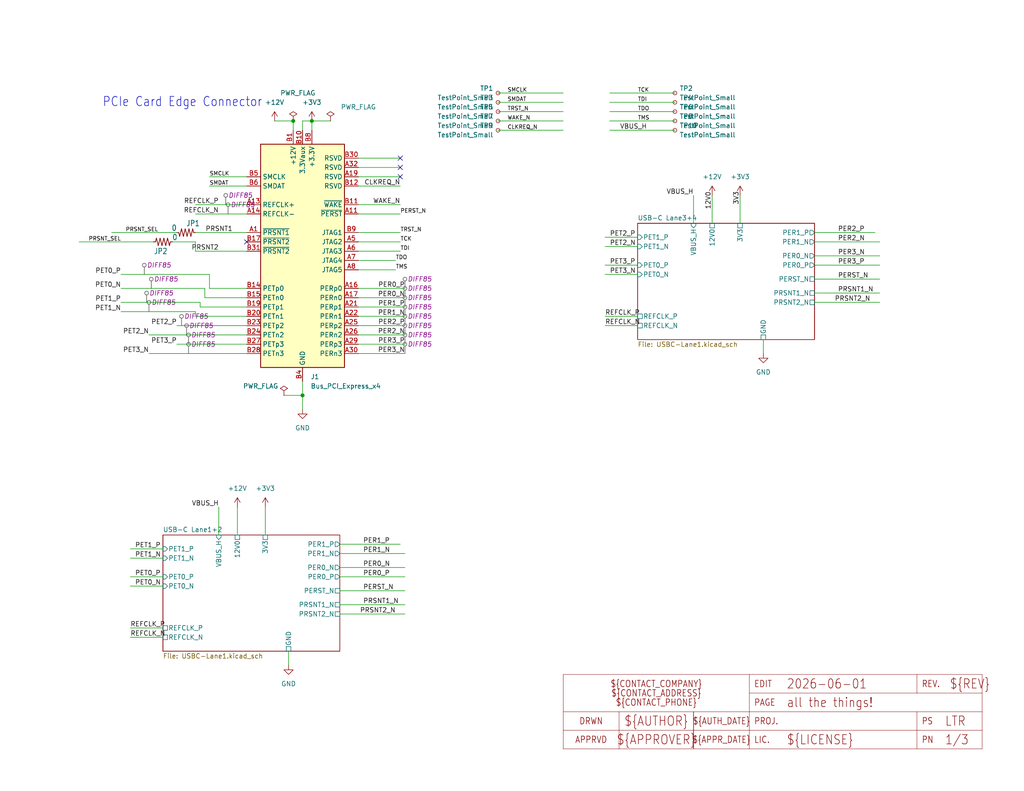
<source format=kicad_sch>
(kicad_sch (version 20230121) (generator eeschema)
  (paper "A")
  (title_block (date "2023-08-18") (rev "v1"))
  (lib_symbols
    (symbol "Connector:Bus_PCI_Express_x4"
      (property "Reference" "J" (at -8.89 33.02 0))
      (property "Value" "Bus_PCI_Express_x4" (at 12.7 33.02 0))
      (symbol "Bus_PCI_Express_x4_0_1"
        (rectangle (start -11.43 31.75) (end 11.43 -29.21) (stroke (width 0.254)) (fill (type background)))
      )
      (symbol "Bus_PCI_Express_x4_1_1"
        (pin passive line (at -15.24 7.62 0) (length 3.81) (name "~{PRSNT1}") (number "A1"))
        (pin passive line (at 2.54 35.56 270) (length 3.81) hide (name "+3.3V") (number "A10"))
        (pin input line (at 15.24 12.7 180) (length 3.81) (name "~{PERST}") (number "A11"))
        (pin passive line (at 0 -33.02 90) (length 3.81) hide (name "GND") (number "A12"))
        (pin input line (at -15.24 15.24 0) (length 3.81) (name "REFCLK+") (number "A13"))
        (pin input line (at -15.24 12.7 0) (length 3.81) (name "REFCLK-") (number "A14"))
        (pin passive line (at 0 -33.02 90) (length 3.81) hide (name "GND") (number "A15"))
        (pin output line (at 15.24 -7.62 180) (length 3.81) (name "PERp0") (number "A16"))
        (pin output line (at 15.24 -10.16 180) (length 3.81) (name "PERn0") (number "A17"))
        (pin passive line (at 0 -33.02 90) (length 3.81) hide (name "GND") (number "A18"))
        (pin passive line (at 15.24 22.86 180) (length 3.81) (name "RSVD") (number "A19"))
        (pin passive line (at -2.54 35.56 270) (length 3.81) hide (name "+12V") (number "A2"))
        (pin passive line (at 0 -33.02 90) (length 3.81) hide (name "GND") (number "A20"))
        (pin output line (at 15.24 -12.7 180) (length 3.81) (name "PERp1") (number "A21"))
        (pin output line (at 15.24 -15.24 180) (length 3.81) (name "PERn1") (number "A22"))
        (pin passive line (at 0 -33.02 90) (length 3.81) hide (name "GND") (number "A23"))
        (pin passive line (at 0 -33.02 90) (length 3.81) hide (name "GND") (number "A24"))
        (pin output line (at 15.24 -17.78 180) (length 3.81) (name "PERp2") (number "A25"))
        (pin output line (at 15.24 -20.32 180) (length 3.81) (name "PERn2") (number "A26"))
        (pin passive line (at 0 -33.02 90) (length 3.81) hide (name "GND") (number "A27"))
        (pin passive line (at 0 -33.02 90) (length 3.81) hide (name "GND") (number "A28"))
        (pin output line (at 15.24 -22.86 180) (length 3.81) (name "PERp3") (number "A29"))
        (pin passive line (at -2.54 35.56 270) (length 3.81) hide (name "+12V") (number "A3"))
        (pin output line (at 15.24 -25.4 180) (length 3.81) (name "PERn3") (number "A30"))
        (pin passive line (at 0 -33.02 90) (length 3.81) hide (name "GND") (number "A31"))
        (pin passive line (at 15.24 25.4 180) (length 3.81) (name "RSVD") (number "A32"))
        (pin passive line (at 0 -33.02 90) (length 3.81) hide (name "GND") (number "A4"))
        (pin input line (at 15.24 5.08 180) (length 3.81) (name "JTAG2") (number "A5"))
        (pin input line (at 15.24 2.54 180) (length 3.81) (name "JTAG3") (number "A6"))
        (pin output line (at 15.24 0 180) (length 3.81) (name "JTAG4") (number "A7"))
        (pin input line (at 15.24 -2.54 180) (length 3.81) (name "JTAG5") (number "A8"))
        (pin passive line (at 2.54 35.56 270) (length 3.81) hide (name "+3.3V") (number "A9"))
        (pin power_in line (at -2.54 35.56 270) (length 3.81) (name "+12V") (number "B1"))
        (pin power_in line (at 0 35.56 270) (length 3.81) (name "3.3Vaux") (number "B10"))
        (pin open_collector line (at 15.24 15.24 180) (length 3.81) (name "~{WAKE}") (number "B11"))
        (pin passive line (at 15.24 20.32 180) (length 3.81) (name "RSVD") (number "B12"))
        (pin passive line (at 0 -33.02 90) (length 3.81) hide (name "GND") (number "B13"))
        (pin input line (at -15.24 -7.62 0) (length 3.81) (name "PETp0") (number "B14"))
        (pin input line (at -15.24 -10.16 0) (length 3.81) (name "PETn0") (number "B15"))
        (pin passive line (at 0 -33.02 90) (length 3.81) hide (name "GND") (number "B16"))
        (pin passive line (at -15.24 5.08 0) (length 3.81) (name "~{PRSNT2}") (number "B17"))
        (pin passive line (at 0 -33.02 90) (length 3.81) hide (name "GND") (number "B18"))
        (pin input line (at -15.24 -12.7 0) (length 3.81) (name "PETp1") (number "B19"))
        (pin passive line (at -2.54 35.56 270) (length 3.81) hide (name "+12V") (number "B2"))
        (pin input line (at -15.24 -15.24 0) (length 3.81) (name "PETn1") (number "B20"))
        (pin passive line (at 0 -33.02 90) (length 3.81) hide (name "GND") (number "B21"))
        (pin passive line (at 0 -33.02 90) (length 3.81) hide (name "GND") (number "B22"))
        (pin input line (at -15.24 -17.78 0) (length 3.81) (name "PETp2") (number "B23"))
        (pin input line (at -15.24 -20.32 0) (length 3.81) (name "PETn2") (number "B24"))
        (pin passive line (at 0 -33.02 90) (length 3.81) hide (name "GND") (number "B25"))
        (pin passive line (at 0 -33.02 90) (length 3.81) hide (name "GND") (number "B26"))
        (pin input line (at -15.24 -22.86 0) (length 3.81) (name "PETp3") (number "B27"))
        (pin input line (at -15.24 -25.4 0) (length 3.81) (name "PETn3") (number "B28"))
        (pin passive line (at 0 -33.02 90) (length 3.81) hide (name "GND") (number "B29"))
        (pin passive line (at -2.54 35.56 270) (length 3.81) hide (name "+12V") (number "B3"))
        (pin passive line (at 15.24 27.94 180) (length 3.81) (name "RSVD") (number "B30"))
        (pin passive line (at -15.24 2.54 0) (length 3.81) (name "~{PRSNT2}") (number "B31"))
        (pin passive line (at 0 -33.02 90) (length 3.81) hide (name "GND") (number "B32"))
        (pin power_in line (at 0 -33.02 90) (length 3.81) (name "GND") (number "B4"))
        (pin input line (at -15.24 22.86 0) (length 3.81) (name "SMCLK") (number "B5"))
        (pin bidirectional line (at -15.24 20.32 0) (length 3.81) (name "SMDAT") (number "B6"))
        (pin passive line (at 0 -33.02 90) (length 3.81) hide (name "GND") (number "B7"))
        (pin power_in line (at 2.54 35.56 270) (length 3.81) (name "+3.3V") (number "B8"))
        (pin input line (at 15.24 7.62 180) (length 3.81) (name "JTAG1") (number "B9"))
      )
    )
    (symbol "Connector:TestPoint_Small" (pin_numbers hide) (pin_names (offset 0.762) hide)
      (property "Reference" "TP" (at 0 3.81 0))
      (property "Value" "TestPoint_Small" (at 0 2.032 0))
      (symbol "TestPoint_Small_0_1"
        (circle (center 0 0) (radius 0.508))
      )
      (symbol "TestPoint_Small_1_1"
        (pin passive line (at 0 0 90) (length 0) (name "1") (number "1"))
      )
    )
    (symbol "pcie2usbc-eagle-import:FRAME_LTR_L"
      (symbol "FRAME_LTR_L_1_0"
        (polyline (pts (xy 0 23.8125) (xy 3.81 23.8125)))
        (polyline (pts (xy 0 47.625) (xy 3.81 47.625)))
        (polyline (pts (xy 0 71.4375) (xy 3.81 71.4375)))
        (polyline (pts (xy 0 95.25) (xy 3.81 95.25)))
        (polyline (pts (xy 0 119.0625) (xy 3.81 119.0625)))
        (polyline (pts (xy 0 142.875) (xy 3.81 142.875)))
        (polyline (pts (xy 0 166.6875) (xy 3.81 166.6875)))
        (polyline (pts (xy 3.81 3.81) (xy 3.81 186.69)))
        (polyline (pts (xy 31.75 0) (xy 31.75 3.81)))
        (polyline (pts (xy 31.75 186.69) (xy 31.75 190.5)))
        (polyline (pts (xy 63.5 0) (xy 63.5 3.81)))
        (polyline (pts (xy 63.5 186.69) (xy 63.5 190.5)))
        (polyline (pts (xy 95.25 0) (xy 95.25 3.81)))
        (polyline (pts (xy 95.25 186.69) (xy 95.25 190.5)))
        (polyline (pts (xy 127 0) (xy 127 3.81)))
        (polyline (pts (xy 127 186.69) (xy 127 190.5)))
        (polyline (pts (xy 158.75 0) (xy 158.75 3.81)))
        (polyline (pts (xy 158.75 186.69) (xy 158.75 190.5)))
        (polyline (pts (xy 190.5 0) (xy 190.5 3.81)))
        (polyline (pts (xy 190.5 186.69) (xy 190.5 190.5)))
        (polyline (pts (xy 222.25 0) (xy 222.25 3.81)))
        (polyline (pts (xy 222.25 186.69) (xy 222.25 190.5)))
        (polyline (pts (xy 250.19 3.81) (xy 3.81 3.81)))
        (polyline (pts (xy 250.19 3.81) (xy 250.19 186.69)))
        (polyline (pts (xy 250.19 23.8125) (xy 254 23.8125)))
        (polyline (pts (xy 250.19 47.625) (xy 254 47.625)))
        (polyline (pts (xy 250.19 71.4375) (xy 254 71.4375)))
        (polyline (pts (xy 250.19 95.25) (xy 254 95.25)))
        (polyline (pts (xy 250.19 119.0625) (xy 254 119.0625)))
        (polyline (pts (xy 250.19 142.875) (xy 254 142.875)))
        (polyline (pts (xy 250.19 166.6875) (xy 254 166.6875)))
        (polyline (pts (xy 250.19 186.69) (xy 3.81 186.69)))
        (polyline (pts (xy 0 0) (xy 254 0) (xy 254 190.5) (xy 0 190.5) (xy 0 0)))
        (text "1" (at 15.875 1.905 0) (effects (font (size 2.54 2.286))))
        (text "1" (at 15.875 188.595 0) (effects (font (size 2.54 2.286))))
        (text "2" (at 47.625 1.905 0) (effects (font (size 2.54 2.286))))
        (text "2" (at 47.625 188.595 0) (effects (font (size 2.54 2.286))))
        (text "3" (at 79.375 1.905 0) (effects (font (size 2.54 2.286))))
        (text "3" (at 79.375 188.595 0) (effects (font (size 2.54 2.286))))
        (text "4" (at 111.125 1.905 0) (effects (font (size 2.54 2.286))))
        (text "4" (at 111.125 188.595 0) (effects (font (size 2.54 2.286))))
        (text "5" (at 142.875 1.905 0) (effects (font (size 2.54 2.286))))
        (text "5" (at 142.875 188.595 0) (effects (font (size 2.54 2.286))))
        (text "6" (at 174.625 1.905 0) (effects (font (size 2.54 2.286))))
        (text "6" (at 174.625 188.595 0) (effects (font (size 2.54 2.286))))
        (text "7" (at 206.375 1.905 0) (effects (font (size 2.54 2.286))))
        (text "7" (at 206.375 188.595 0) (effects (font (size 2.54 2.286))))
        (text "8" (at 238.125 1.905 0) (effects (font (size 2.54 2.286))))
        (text "8" (at 238.125 188.595 0) (effects (font (size 2.54 2.286))))
        (text "A" (at 1.905 178.5938 0) (effects (font (size 2.54 2.286))))
        (text "A" (at 252.095 178.5938 0) (effects (font (size 2.54 2.286))))
        (text "B" (at 1.905 154.7813 0) (effects (font (size 2.54 2.286))))
        (text "B" (at 252.095 154.7813 0) (effects (font (size 2.54 2.286))))
        (text "C" (at 1.905 130.9688 0) (effects (font (size 2.54 2.286))))
        (text "C" (at 252.095 130.9688 0) (effects (font (size 2.54 2.286))))
        (text "D" (at 1.905 107.1563 0) (effects (font (size 2.54 2.286))))
        (text "D" (at 252.095 107.1563 0) (effects (font (size 2.54 2.286))))
        (text "E" (at 1.905 83.3438 0) (effects (font (size 2.54 2.286))))
        (text "E" (at 252.095 83.3438 0) (effects (font (size 2.54 2.286))))
        (text "F" (at 1.905 59.5313 0) (effects (font (size 2.54 2.286))))
        (text "F" (at 252.095 59.5313 0) (effects (font (size 2.54 2.286))))
        (text "G" (at 1.905 35.7188 0) (effects (font (size 2.54 2.286))))
        (text "G" (at 252.095 35.7188 0) (effects (font (size 2.54 2.286))))
        (text "H" (at 1.905 11.9063 0) (effects (font (size 2.54 2.286))))
        (text "H" (at 252.095 11.9063 0) (effects (font (size 2.54 2.286))))
      )
      (symbol "FRAME_LTR_L_2_0"
        (polyline (pts (xy 0 0) (xy 0 5.08)) (stroke (width 0.1016)))
        (polyline (pts (xy 0 0) (xy 15.24 0)) (stroke (width 0.1016)))
        (polyline (pts (xy 0 5.08) (xy 0 10.16)) (stroke (width 0.1016)))
        (polyline (pts (xy 0 10.16) (xy 0 12.7)) (stroke (width 0.1016)))
        (polyline (pts (xy 0 10.16) (xy 15.24 10.16)) (stroke (width 0.1016)))
        (polyline (pts (xy 0 12.7) (xy 0 17.78)) (stroke (width 0.1016)))
        (polyline (pts (xy 0 17.78) (xy 0 20.32)) (stroke (width 0.1016)))
        (polyline (pts (xy 15.24 0) (xy 15.24 5.08)) (stroke (width 0.1016)))
        (polyline (pts (xy 15.24 0) (xy 35.56 0)) (stroke (width 0.1016)))
        (polyline (pts (xy 15.24 5.08) (xy 0 5.08)) (stroke (width 0.1016)))
        (polyline (pts (xy 15.24 5.08) (xy 15.24 10.16)) (stroke (width 0.1016)))
        (polyline (pts (xy 15.24 10.16) (xy 35.56 10.16)) (stroke (width 0.1016)))
        (polyline (pts (xy 35.56 0) (xy 35.56 5.08)) (stroke (width 0.1016)))
        (polyline (pts (xy 35.56 0) (xy 35.56 5.08)) (stroke (width 0.1016)))
        (polyline (pts (xy 35.56 0) (xy 50.8 0)) (stroke (width 0.1016)))
        (polyline (pts (xy 35.56 5.08) (xy 15.24 5.08)) (stroke (width 0.1016)))
        (polyline (pts (xy 35.56 5.08) (xy 35.56 10.16)) (stroke (width 0.1016)))
        (polyline (pts (xy 35.56 5.08) (xy 35.56 10.16)) (stroke (width 0.1016)))
        (polyline (pts (xy 35.56 10.16) (xy 50.8 10.16)) (stroke (width 0.1016)))
        (polyline (pts (xy 50.8 0) (xy 50.8 5.08)) (stroke (width 0.1016)))
        (polyline (pts (xy 50.8 0) (xy 96.52 0)) (stroke (width 0.1016)))
        (polyline (pts (xy 50.8 5.08) (xy 35.56 5.08)) (stroke (width 0.1016)))
        (polyline (pts (xy 50.8 5.08) (xy 50.8 10.16)) (stroke (width 0.1016)))
        (polyline (pts (xy 50.8 10.16) (xy 50.8 12.7)) (stroke (width 0.1016)))
        (polyline (pts (xy 50.8 10.16) (xy 96.52 10.16)) (stroke (width 0.1016)))
        (polyline (pts (xy 50.8 12.7) (xy 50.8 15.24)) (stroke (width 0.1016)))
        (polyline (pts (xy 50.8 15.24) (xy 50.8 20.32)) (stroke (width 0.1016)))
        (polyline (pts (xy 50.8 15.24) (xy 96.52 15.24)) (stroke (width 0.1016)))
        (polyline (pts (xy 50.8 20.32) (xy 0 20.32)) (stroke (width 0.1016)))
        (polyline (pts (xy 96.52 0) (xy 114.3 0)) (stroke (width 0.1016)))
        (polyline (pts (xy 96.52 5.08) (xy 50.8 5.08)) (stroke (width 0.1016)))
        (polyline (pts (xy 96.52 5.08) (xy 96.52 0)) (stroke (width 0.1016)))
        (polyline (pts (xy 96.52 10.16) (xy 96.52 5.08)) (stroke (width 0.1016)))
        (polyline (pts (xy 96.52 10.16) (xy 114.3 10.16)) (stroke (width 0.1016)))
        (polyline (pts (xy 96.52 15.24) (xy 114.3 15.24)) (stroke (width 0.1016)))
        (polyline (pts (xy 96.52 20.32) (xy 50.8 20.32)) (stroke (width 0.1016)))
        (polyline (pts (xy 96.52 20.32) (xy 96.52 15.24)) (stroke (width 0.1016)))
        (polyline (pts (xy 114.3 5.08) (xy 96.52 5.08)) (stroke (width 0.1016)))
        (polyline (pts (xy 114.3 5.08) (xy 114.3 0)) (stroke (width 0.1016)))
        (polyline (pts (xy 114.3 10.16) (xy 114.3 5.08)) (stroke (width 0.1016)))
        (polyline (pts (xy 114.3 15.24) (xy 114.3 10.16)) (stroke (width 0.1016)))
        (polyline (pts (xy 114.3 20.32) (xy 96.52 20.32)) (stroke (width 0.1016)))
        (polyline (pts (xy 114.3 20.32) (xy 114.3 15.24)) (stroke (width 0.1016)))
        (text "${#}/${##}" (at 104.14 2.54 0) (effects (font (size 2.54 2.159)) (justify left)))
        (text "${APPR_DATE}" (at 43.18 2.54 0) (effects (font (size 1.778 1.5113))))
        (text "${APPROVER}" (at 25.4 2.54 0) (effects (font (size 2.54 2.159))))
        (text "${AUTH_DATE}" (at 43.18 7.62 0) (effects (font (size 1.778 1.5113))))
        (text "${AUTHOR}" (at 25.4 7.62 0) (effects (font (size 2.54 2.159))))
        (text "${CONTACT_ADDRESS}" (at 25.4 15.24 0) (effects (font (size 1.778 1.5113))))
        (text "${CONTACT_COMPANY}" (at 25.4 17.78 0) (effects (font (size 1.778 1.5113))))
        (text "${CONTACT_PHONE}" (at 25.4 12.7 0) (effects (font (size 1.778 1.5113))))
        (text "${CURRENT_DATE}" (at 60.96 17.78 0) (effects (font (size 2.54 2.159)) (justify left)))
        (text "${LICENSE}" (at 60.96 2.54 0) (effects (font (size 2.54 2.159)) (justify left)))
        (text "${PROJECTNAME}" (at 60.96 7.62 0) (effects (font (size 2.54 2.159)) (justify left)))
        (text "${REV}" (at 105.41 17.78 0) (effects (font (size 2.54 2.159)) (justify left)))
        (text "${SECTION}" (at 60.96 12.7 0) (effects (font (size 2.54 2.159)) (justify left)))
        (text "APPRVD" (at 7.62 2.54 0) (effects (font (size 1.778 1.5113))))
        (text "DRWN" (at 7.62 7.62 0) (effects (font (size 1.778 1.5113))))
        (text "EDIT" (at 52.07 17.78 0) (effects (font (size 1.778 1.5113)) (justify left)))
        (text "LIC." (at 52.07 2.54 0) (effects (font (size 1.778 1.5113)) (justify left)))
        (text "LTR" (at 104.14 7.62 0) (effects (font (size 2.54 2.159)) (justify left)))
        (text "PAGE" (at 52.07 12.7 0) (effects (font (size 1.778 1.5113)) (justify left)))
        (text "PN" (at 97.79 2.54 0) (effects (font (size 1.778 1.5113)) (justify left)))
        (text "PROJ." (at 52.07 7.62 0) (effects (font (size 1.778 1.5113)) (justify left)))
        (text "PS" (at 97.79 7.62 0) (effects (font (size 1.778 1.5113)) (justify left)))
        (text "REV." (at 97.79 17.78 0) (effects (font (size 1.778 1.5113)) (justify left)))
      )
    )
    (symbol "pcie2usbc-eagle-import:R-US_R0603"
      (property "Reference" "R" (at 2.54 1.27 0))
      (symbol "R-US_R0603_1_0"
        (polyline (pts (xy -1.016 -1.778) (xy 0 -2.032)) (stroke (width 0.2032)))
        (polyline (pts (xy -1.016 -0.762) (xy 1.016 -0.254)) (stroke (width 0.2032)))
        (polyline (pts (xy -1.016 0.254) (xy 1.016 0.762)) (stroke (width 0.2032)))
        (polyline (pts (xy -1.016 1.27) (xy 1.016 1.778)) (stroke (width 0.2032)))
        (polyline (pts (xy 0 -2.032) (xy 0 -2.54)) (stroke (width 0.2032)))
        (polyline (pts (xy 0 2.032) (xy 0 2.54)) (stroke (width 0.2032)))
        (polyline (pts (xy 1.016 -1.27) (xy -1.016 -1.778)) (stroke (width 0.2032)))
        (polyline (pts (xy 1.016 -1.27) (xy -1.016 -0.762)) (stroke (width 0.2032)))
        (polyline (pts (xy 1.016 -0.254) (xy -1.016 0.254)) (stroke (width 0.2032)))
        (polyline (pts (xy 1.016 0.762) (xy -1.016 1.27)) (stroke (width 0.2032)))
        (polyline (pts (xy 1.016 1.778) (xy 0 2.032)) (stroke (width 0.2032)))
        (pin passive line (at 0 -2.54 90) (length 0) (name "1") (number "1"))
        (pin passive line (at 0 2.54 270) (length 0) (name "2") (number "2"))
      )
    )
    (symbol "power:+12V" (power) (pin_names (offset 0))
      (property "Value" "+12V" (at 0 3.556 0))
      (symbol "+12V_0_1"
        (polyline (pts (xy -0.762 1.27) (xy 0 2.54)))
        (polyline (pts (xy 0 0) (xy 0 2.54)))
        (polyline (pts (xy 0 2.54) (xy 0.762 1.27)))
      )
      (symbol "+12V_1_1"
        (pin power_in line (at 0 0 90) (length 0) hide (name "+12V") (number "1"))
      )
    )
    (symbol "power:+3V3" (power) (pin_names (offset 0))
      (property "Value" "+3V3" (at 0 3.556 0))
      (symbol "+3V3_0_1"
        (polyline (pts (xy -0.762 1.27) (xy 0 2.54)))
        (polyline (pts (xy 0 0) (xy 0 2.54)))
        (polyline (pts (xy 0 2.54) (xy 0.762 1.27)))
      )
      (symbol "+3V3_1_1"
        (pin power_in line (at 0 0 90) (length 0) hide (name "+3V3") (number "1"))
      )
    )
    (symbol "power:GND" (power) (pin_names (offset 0))
      (property "Value" "GND" (at 0 -3.81 0))
      (symbol "GND_0_1"
        (polyline (pts (xy 0 0) (xy 0 -1.27) (xy 1.27 -1.27) (xy 0 -2.54) (xy -1.27 -1.27) (xy 0 -1.27)))
      )
      (symbol "GND_1_1"
        (pin power_in line (at 0 0 270) (length 0) hide (name "GND") (number "1"))
      )
    )
    (symbol "power:PWR_FLAG" (power) (pin_numbers hide) (pin_names (offset 0) hide)
      (property "Value" "PWR_FLAG" (at 0 3.81 0))
      (symbol "PWR_FLAG_0_0"
        (pin power_out line (at 0 0 90) (length 0) (name "pwr") (number "1"))
      )
      (symbol "PWR_FLAG_0_1"
        (polyline (pts (xy 0 0) (xy 0 1.27) (xy -1.016 1.905) (xy 0 2.54) (xy 1.016 1.905) (xy 0 1.27)))
      )
    )
  )
  (junction (at 85.09 33.02))
  (junction (at 80.01 33.02))
  (junction (at 82.55 107.95))
  (no_connect (at 109.22 43.18))
  (no_connect (at 109.22 48.26))
  (no_connect (at 67.31 66.04))
  (no_connect (at 109.22 45.72))
  (wire (pts (xy 48.26 93.98) (xy 67.31 93.98)))
  (wire (pts (xy 53.34 68.58) (xy 67.31 68.58)))
  (wire (pts (xy 165.1 72.39) (xy 173.99 72.39)))
  (wire (pts (xy 54.61 83.82) (xy 54.61 82.55)))
  (wire (pts (xy 222.25 76.2) (xy 240.03 76.2)))
  (wire (pts (xy 53.34 55.88) (xy 67.31 55.88)))
  (wire (pts (xy 53.34 58.42) (xy 67.31 58.42)))
  (wire (pts (xy 166.37 27.94) (xy 184.15 27.94)) (stroke (width 0.1524)))
  (wire (pts (xy 153.67 25.4) (xy 135.89 25.4)) (stroke (width 0.1524)))
  (wire (pts (xy 85.09 33.02) (xy 90.17 33.02)))
  (wire (pts (xy 92.71 165.1) (xy 110.49 165.1)))
  (wire (pts (xy 222.25 80.01) (xy 240.03 80.01)))
  (wire (pts (xy 85.09 35.56) (xy 85.09 33.02)))
  (wire (pts (xy 97.79 78.74) (xy 110.49 78.74)))
  (wire (pts (xy 97.79 71.12) (xy 107.95 71.12)))
  (wire (pts (xy 165.1 74.93) (xy 173.99 74.93)))
  (wire (pts (xy 57.15 74.93) (xy 33.02 74.93)))
  (wire (pts (xy 35.56 152.4) (xy 44.45 152.4)))
  (wire (pts (xy 92.71 167.64) (xy 110.49 167.64)))
  (wire (pts (xy 67.31 83.82) (xy 54.61 83.82)))
  (wire (pts (xy 35.56 157.48) (xy 44.45 157.48)))
  (wire (pts (xy 55.88 81.28) (xy 55.88 78.74)))
  (wire (pts (xy 222.25 82.55) (xy 240.03 82.55)))
  (wire (pts (xy 97.79 73.66) (xy 107.95 73.66)))
  (wire (pts (xy 67.31 81.28) (xy 55.88 81.28)))
  (wire (pts (xy 48.26 88.9) (xy 67.31 88.9)))
  (wire (pts (xy 208.28 92.71) (xy 208.28 96.52)))
  (wire (pts (xy 35.56 149.86) (xy 44.45 149.86)))
  (wire (pts (xy 189.23 53.34) (xy 189.23 60.96)))
  (wire (pts (xy 59.69 138.43) (xy 59.69 146.05)))
  (wire (pts (xy 64.77 138.43) (xy 64.77 146.05)))
  (wire (pts (xy 40.64 96.52) (xy 67.31 96.52)))
  (wire (pts (xy 165.1 64.77) (xy 173.99 64.77)))
  (wire (pts (xy 97.79 81.28) (xy 110.49 81.28)))
  (wire (pts (xy 222.25 66.04) (xy 240.03 66.04)))
  (wire (pts (xy 153.67 27.94) (xy 135.89 27.94)) (stroke (width 0.1524)))
  (wire (pts (xy 33.02 85.09) (xy 53.34 85.09)))
  (wire (pts (xy 92.71 151.13) (xy 110.49 151.13)))
  (wire (pts (xy 57.15 50.8) (xy 67.31 50.8)))
  (wire (pts (xy 194.31 53.34) (xy 194.31 60.96)))
  (wire (pts (xy 222.25 63.5) (xy 238.76 63.5)))
  (wire (pts (xy 57.15 78.74) (xy 57.15 74.93)))
  (wire (pts (xy 97.79 50.8) (xy 109.22 50.8)))
  (wire (pts (xy 48.26 63.5) (xy 30.48 63.5)) (stroke (width 0.1524)))
  (wire (pts (xy 92.71 148.59) (xy 109.22 148.59)))
  (wire (pts (xy 54.61 82.55) (xy 33.02 82.55)))
  (wire (pts (xy 35.56 160.02) (xy 44.45 160.02)))
  (wire (pts (xy 97.79 63.5) (xy 109.22 63.5)))
  (wire (pts (xy 165.1 67.31) (xy 173.99 67.31)))
  (wire (pts (xy 74.93 33.02) (xy 80.01 33.02)))
  (wire (pts (xy 82.55 35.56) (xy 82.55 33.02)))
  (wire (pts (xy 77.47 107.95) (xy 82.55 107.95)))
  (wire (pts (xy 166.37 33.02) (xy 184.15 33.02)) (stroke (width 0.1524)))
  (wire (pts (xy 153.67 35.56) (xy 135.89 35.56)) (stroke (width 0.1524)))
  (wire (pts (xy 97.79 83.82) (xy 110.49 83.82)))
  (wire (pts (xy 46.99 66.04) (xy 53.34 66.04)))
  (wire (pts (xy 97.79 58.42) (xy 109.22 58.42)))
  (wire (pts (xy 53.34 63.5) (xy 67.31 63.5)))
  (wire (pts (xy 97.79 91.44) (xy 110.49 91.44)))
  (wire (pts (xy 92.71 157.48) (xy 110.49 157.48)))
  (wire (pts (xy 97.79 48.26) (xy 109.22 48.26)))
  (wire (pts (xy 153.67 33.02) (xy 135.89 33.02)) (stroke (width 0.1524)))
  (wire (pts (xy 97.79 55.88) (xy 109.22 55.88)))
  (wire (pts (xy 97.79 43.18) (xy 109.22 43.18)))
  (wire (pts (xy 97.79 45.72) (xy 109.22 45.72)))
  (wire (pts (xy 97.79 88.9) (xy 110.49 88.9)))
  (wire (pts (xy 153.67 30.48) (xy 135.89 30.48)) (stroke (width 0.1524)))
  (wire (pts (xy 80.01 35.56) (xy 80.01 33.02)))
  (wire (pts (xy 92.71 154.94) (xy 110.49 154.94)))
  (wire (pts (xy 53.34 85.09) (xy 53.34 86.36)))
  (wire (pts (xy 82.55 33.02) (xy 85.09 33.02)))
  (wire (pts (xy 35.56 173.99) (xy 44.45 173.99)))
  (wire (pts (xy 53.34 66.04) (xy 53.34 68.58)))
  (wire (pts (xy 201.93 53.34) (xy 201.93 60.96)))
  (wire (pts (xy 165.1 88.9) (xy 173.99 88.9)))
  (wire (pts (xy 35.56 171.45) (xy 44.45 171.45)))
  (wire (pts (xy 97.79 68.58) (xy 109.22 68.58)))
  (wire (pts (xy 53.34 86.36) (xy 67.31 86.36)))
  (wire (pts (xy 97.79 86.36) (xy 110.49 86.36)))
  (wire (pts (xy 166.37 35.56) (xy 184.15 35.56)))
  (wire (pts (xy 97.79 93.98) (xy 110.49 93.98)))
  (wire (pts (xy 97.79 66.04) (xy 109.22 66.04)))
  (wire (pts (xy 165.1 86.36) (xy 173.99 86.36)))
  (wire (pts (xy 166.37 25.4) (xy 184.15 25.4)) (stroke (width 0.1524)))
  (wire (pts (xy 55.88 78.74) (xy 33.02 78.74)))
  (wire (pts (xy 222.25 69.85) (xy 240.03 69.85)))
  (wire (pts (xy 72.39 138.43) (xy 72.39 146.05)))
  (wire (pts (xy 166.37 30.48) (xy 184.15 30.48)) (stroke (width 0.1524)))
  (wire (pts (xy 78.74 177.8) (xy 78.74 181.61)))
  (wire (pts (xy 82.55 111.76) (xy 82.55 107.95)))
  (wire (pts (xy 82.55 107.95) (xy 82.55 104.14)))
  (wire (pts (xy 40.64 91.44) (xy 67.31 91.44)))
  (wire (pts (xy 222.25 72.39) (xy 240.03 72.39)))
  (wire (pts (xy 92.71 161.29) (xy 110.49 161.29)))
  (wire (pts (xy 67.31 78.74) (xy 57.15 78.74)))
  (wire (pts (xy 41.91 66.04) (xy 21.59 66.04)) (stroke (width 0.1524)))
  (wire (pts (xy 97.79 96.52) (xy 110.49 96.52)))
  (wire (pts (xy 57.15 48.26) (xy 67.31 48.26)))
  (text "PCIe Card Edge Connector" (at 27.94 27.94 0) (effects (font (size 2.54 2.159)) (justify left)))
  (label "3V3" (at 201.93 55.88 90))
  (label "WAKE_N" (at 109.22 55.88 180))
  (label "VBUS_H" (at 189.23 53.34 180))
  (label "SMDAT" (at 57.15 50.8 0) (effects (font (size 1.0668 1.0668))))
  (label "TRST_N" (at 138.43 30.48 0) (effects (font (size 1.0668 1.0668))))
  (label "VBUS_H" (at 59.69 138.43 180))
  (label "TDO" (at 107.95 71.12 0) (effects (font (size 1.0668 1.0668))))
  (label "TDO" (at 173.99 30.48 0) (effects (font (size 1.0668 1.0668))))
  (label "TMS" (at 173.99 33.02 0) (effects (font (size 1.0668 1.0668))))
  (label "REFCLK_N" (at 35.56 173.99 0))
  (label "PERST_N" (at 228.6 76.2 0))
  (label "REFCLK_P" (at 35.56 171.45 0))
  (label "PER0_N" (at 99.06 154.94 0))
  (label "PER3_P" (at 110.49 93.98 180))
  (label "PRSNT2" (at 59.69 68.58 180))
  (label "PET1_P" (at 33.02 82.55 180))
  (label "TDI" (at 173.99 27.94 0) (effects (font (size 1.0668 1.0668))))
  (label "PER2_P" (at 110.49 88.9 180))
  (label "REFCLK_P" (at 59.69 55.88 180))
  (label "SMCLK" (at 57.15 48.26 0) (effects (font (size 1.0668 1.0668))))
  (label "PET2_N" (at 40.64 91.44 180))
  (label "CLKREQ_N" (at 109.22 50.8 180))
  (label "SMDAT" (at 138.43 27.94 0) (effects (font (size 1.0668 1.0668))))
  (label "PRSNT1_N" (at 99.06 165.1 0))
  (label "PRSNT1" (at 63.5 63.5 180))
  (label "PERST_N" (at 99.06 161.29 0))
  (label "PRSNT1_N" (at 228.6 80.01 0))
  (label "VBUS_H" (at 176.53 35.56 180))
  (label "PER2_N" (at 110.49 91.44 180))
  (label "PET0_N" (at 36.83 160.02 0))
  (label "PERST_N" (at 109.22 58.42 0) (effects (font (size 1.0668 1.0668))))
  (label "PER0_P" (at 99.06 157.48 0))
  (label "PER0_N" (at 110.49 81.28 180))
  (label "PET0_N" (at 33.02 78.74 180))
  (label "TDI" (at 109.22 68.58 0) (effects (font (size 1.0668 1.0668))))
  (label "PRSNT2_N" (at 107.95 167.64 180))
  (label "PER1_N" (at 110.49 86.36 180))
  (label "PET2_N" (at 166.37 67.31 0))
  (label "CLKREQ_N" (at 138.43 35.56 0) (effects (font (size 1.0668 1.0668))))
  (label "PET0_P" (at 36.83 157.48 0))
  (label "TRST_N" (at 109.22 63.5 0) (effects (font (size 1.0668 1.0668))))
  (label "PET1_P" (at 36.83 149.86 0))
  (label "PRSNT2_N" (at 237.49 82.55 180))
  (label "PET1_N" (at 36.83 152.4 0))
  (label "PET3_P" (at 48.26 93.98 180))
  (label "PET3_N" (at 166.37 74.93 0))
  (label "PER1_P" (at 99.06 148.59 0))
  (label "PET0_P" (at 33.02 74.93 180))
  (label "12V0" (at 194.31 57.15 90))
  (label "PER3_N" (at 110.49 96.52 180))
  (label "REFCLK_N" (at 59.69 58.42 180))
  (label "TMS" (at 107.95 73.66 0) (effects (font (size 1.0668 1.0668))))
  (label "SMCLK" (at 138.43 25.4 0) (effects (font (size 1.0668 1.0668))))
  (label "PER1_P" (at 110.49 83.82 180))
  (label "PRSNT_SEL" (at 24.13 66.04 0) (effects (font (size 1.0668 1.0668))))
  (label "PET2_P" (at 166.37 64.77 0))
  (label "WAKE_N" (at 138.43 33.02 0) (effects (font (size 1.0668 1.0668))))
  (label "TCK" (at 173.99 25.4 0) (effects (font (size 1.0668 1.0668))))
  (label "PET3_P" (at 166.37 72.39 0))
  (label "PER0_P" (at 110.49 78.74 180))
  (label "REFCLK_N" (at 165.1 88.9 0))
  (label "TCK" (at 109.22 66.04 0) (effects (font (size 1.0668 1.0668))))
  (label "PET1_N" (at 33.02 85.09 180))
  (label "PET2_P" (at 48.26 88.9 180))
  (label "REFCLK_P" (at 165.1 86.36 0))
  (label "PER3_N" (at 228.6 69.85 0))
  (label "PET3_N" (at 40.64 96.52 180))
  (label "PER1_N" (at 99.06 151.13 0))
  (label "PRSNT_SEL" (at 43.18 63.5 180) (effects (font (size 1.0668 1.0668))))
  (label "PER2_N" (at 228.6 66.04 0))
  (label "PER2_P" (at 228.6 63.5 0))
  (label "PER3_P" (at 228.6 72.39 0))
  (netclass_flag "" (length 2.54) (shape round) (at 110.49 86.36 0) (property "Netclass" "DIFF85" (at 111.1885 83.82 0) (effects (font italic) (justify left))))
  (netclass_flag "" (length 2.54) (shape round) (at 41.275 78.74 0) (property "Netclass" "DIFF85" (at 41.9735 76.2 0) (effects (font italic) (justify left))))
  (netclass_flag "" (length 2.54) (shape round) (at 40.005 82.55 0) (property "Netclass" "DIFF85" (at 40.7035 80.01 0) (effects (font italic) (justify left))))
  (netclass_flag "" (length 2.54) (shape round) (at 51.435 96.52 0) (property "Netclass" "DIFF85" (at 52.1335 93.98 0) (effects (font italic) (justify left))))
  (netclass_flag "" (length 2.54) (shape round) (at 110.49 96.52 0) (property "Netclass" "DIFF85" (at 111.1885 93.98 0) (effects (font italic) (justify left))))
  (netclass_flag "" (length 2.54) (shape round) (at 110.49 78.74 0) (property "Netclass" "DIFF85" (at 111.1885 76.2 0) (effects (font italic) (justify left))))
  (netclass_flag "" (length 2.54) (shape round) (at 39.37 74.93 0) (property "Netclass" "DIFF85" (at 40.0685 72.39 0) (effects (font italic) (justify left))))
  (netclass_flag "" (length 2.54) (shape round) (at 110.49 93.98 0) (property "Netclass" "DIFF85" (at 111.1885 91.44 0) (effects (font italic) (justify left))))
  (netclass_flag "" (length 2.54) (shape round) (at 110.49 83.82 0) (property "Netclass" "DIFF85" (at 111.1885 81.28 0) (effects (font italic) (justify left))))
  (netclass_flag "" (length 2.54) (shape round) (at 110.49 91.44 0) (property "Netclass" "DIFF85" (at 111.1885 88.9 0) (effects (font italic) (justify left))))
  (netclass_flag "" (length 2.54) (shape round) (at 61.595 55.88 0) (property "Netclass" "DIFF85" (at 62.2935 53.34 0) (effects (font italic) (justify left))))
  (netclass_flag "" (length 2.54) (shape round) (at 51.435 93.98 0) (property "Netclass" "DIFF85" (at 52.1335 91.44 0) (effects (font italic) (justify left))))
  (netclass_flag "" (length 2.54) (shape round) (at 62.23 58.42 0) (property "Netclass" "DIFF85" (at 62.9285 55.88 0) (effects (font italic) (justify left))))
  (netclass_flag "" (length 2.54) (shape round) (at 49.53 88.9 0) (property "Netclass" "DIFF85" (at 50.2285 86.36 0) (effects (font italic) (justify left))))
  (netclass_flag "" (length 2.54) (shape round) (at 40.64 85.09 0) (property "Netclass" "DIFF85" (at 41.3385 82.55 0) (effects (font italic) (justify left))))
  (netclass_flag "" (length 2.54) (shape round) (at 110.49 88.9 0) (property "Netclass" "DIFF85" (at 111.1885 86.36 0) (effects (font italic) (justify left))))
  (netclass_flag "" (length 2.54) (shape round) (at 110.49 81.28 0) (property "Netclass" "DIFF85" (at 111.1885 78.74 0) (effects (font italic) (justify left))))
  (netclass_flag "" (length 2.54) (shape round) (at 50.9012 91.44 0) (property "Netclass" "DIFF85" (at 51.5997 88.9 0) (effects (font italic) (justify left))))
  (symbol (lib_id "power:PWR_FLAG") (at 77.47 107.95 0) (unit 1)
    (property "Reference" "#FLG03" (effects hide))
    (property "Value" "PWR_FLAG" (at 71.12 105.41 0))
  )
  (symbol (lib_id "pcie2usbc-eagle-import:FRAME_LTR_L") (at 153.67 204.47 0) (unit 2)
    (property "Reference" "#FRAME1" (effects hide))
    (property "Value" "FRAME_LTR_L" (effects hide))
    (property "SECTION" "all the things!" (effects hide))
  )
  (symbol (lib_id "Connector:TestPoint_Small") (at 184.15 35.56 0) (mirror y) (unit 1)
    (property "Reference" "TP10" (at 185.42 34.29 0) (effects (justify right)))
    (property "Value" "TestPoint_Small" (at 185.42 36.83 0) (effects (justify right)))
    (property "Footprint" "TestPoint:TestPoint_Pad_D1.0mm" (effects hide))
  )
  (symbol (lib_id "power:GND") (at 208.28 96.52 0) (unit 1)
    (property "Reference" "#PWR05" (effects hide))
    (property "Value" "GND" (at 208.28 101.6 0))
  )
  (symbol (lib_id "Connector:TestPoint_Small") (at 135.89 25.4 0) (unit 1)
    (property "Reference" "TP1" (at 134.62 24.13 0) (effects (justify right)))
    (property "Value" "TestPoint_Small" (at 134.62 26.67 0) (effects (justify right)))
    (property "Footprint" "TestPoint:TestPoint_Pad_D1.0mm" (effects hide))
  )
  (symbol (lib_id "power:+3V3") (at 85.09 33.02 0) (unit 1)
    (property "Reference" "#PWR02" (effects hide))
    (property "Value" "+3V3" (at 85.09 27.94 0))
  )
  (symbol (lib_id "Connector:TestPoint_Small") (at 135.89 30.48 0) (unit 1)
    (property "Reference" "TP5" (at 134.62 29.21 0) (effects (justify right)))
    (property "Value" "TestPoint_Small" (at 134.62 31.75 0) (effects (justify right)))
    (property "Footprint" "TestPoint:TestPoint_Pad_D1.0mm" (effects hide))
  )
  (symbol (lib_id "Connector:TestPoint_Small") (at 135.89 35.56 0) (unit 1)
    (property "Reference" "TP9" (at 134.62 34.29 0) (effects (justify right)))
    (property "Value" "TestPoint_Small" (at 134.62 36.83 0) (effects (justify right)))
    (property "Footprint" "TestPoint:TestPoint_Pad_D1.0mm" (effects hide))
  )
  (symbol (lib_id "Connector:TestPoint_Small") (at 184.15 33.02 0) (mirror y) (unit 1)
    (property "Reference" "TP8" (at 185.42 31.75 0) (effects (justify right)))
    (property "Value" "TestPoint_Small" (at 185.42 34.29 0) (effects (justify right)))
    (property "Footprint" "TestPoint:TestPoint_Pad_D1.0mm" (effects hide))
  )
  (symbol (lib_id "pcie2usbc-eagle-import:R-US_R0603") (at 44.45 66.04 270) (unit 1)
    (property "Reference" "JP2" (at 45.72 68.58 90) (effects (font (size 1.524 1.2954)) (justify right)))
    (property "Value" "0" (at 46.99 64.77 90) (effects (font (size 1.524 1.2954)) (justify left)))
    (property "Footprint" "Resistor_SMD:R_0402_1005Metric_Pad0.72x0.64mm_HandSolder" (effects hide))
  )
  (symbol (lib_id "Connector:TestPoint_Small") (at 135.89 27.94 0) (unit 1)
    (property "Reference" "TP3" (at 134.62 26.67 0) (effects (justify right)))
    (property "Value" "TestPoint_Small" (at 134.62 29.21 0) (effects (justify right)))
    (property "Footprint" "TestPoint:TestPoint_Pad_D1.0mm" (effects hide))
  )
  (symbol (lib_id "power:+12V") (at 74.93 33.02 0) (unit 1)
    (property "Reference" "#PWR01" (effects hide))
    (property "Value" "+12V" (at 74.93 27.94 0))
  )
  (symbol (lib_id "power:+12V") (at 64.77 138.43 0) (unit 1)
    (property "Reference" "#PWR07" (effects hide))
    (property "Value" "+12V" (at 64.77 133.35 0))
  )
  (symbol (lib_id "Connector:Bus_PCI_Express_x4") (at 82.55 71.12 0) (unit 1)
    (property "Reference" "J1" (at 84.7441 102.87 0) (effects (justify left)))
    (property "Value" "Bus_PCI_Express_x4" (at 84.7441 105.41 0) (effects (justify left)))
    (property "Footprint" "Connector_PCBEdge:BUS_PCIexpress_x4" (effects hide))
    (property "Datasheet" "http://www.ritrontek.com/uploadfile/2016/1026/20161026105231124.pdf#page=63" (effects hide))
  )
  (symbol (lib_id "power:GND") (at 78.74 181.61 0) (unit 1)
    (property "Reference" "#PWR09" (effects hide))
    (property "Value" "GND" (at 78.74 186.69 0))
  )
  (symbol (lib_id "power:PWR_FLAG") (at 90.17 33.02 0) (unit 1)
    (property "Reference" "#FLG02" (effects hide))
    (property "Value" "PWR_FLAG" (at 97.79 29.21 0))
  )
  (symbol (lib_id "pcie2usbc-eagle-import:R-US_R0603") (at 50.8 63.5 90) (mirror x) (unit 1)
    (property "Reference" "JP1" (at 50.8 60.96 90) (effects (font (size 1.524 1.2954)) (justify right)))
    (property "Value" "0" (at 48.26 62.23 90) (effects (font (size 1.524 1.2954)) (justify left)))
    (property "Footprint" "Resistor_SMD:R_0402_1005Metric_Pad0.72x0.64mm_HandSolder" (effects hide))
  )
  (symbol (lib_id "Connector:TestPoint_Small") (at 184.15 27.94 0) (mirror y) (unit 1)
    (property "Reference" "TP4" (at 185.42 26.67 0) (effects (justify right)))
    (property "Value" "TestPoint_Small" (at 185.42 29.21 0) (effects (justify right)))
    (property "Footprint" "TestPoint:TestPoint_Pad_D1.0mm" (effects hide))
  )
  (symbol (lib_id "power:+12V") (at 194.31 53.34 0) (unit 1)
    (property "Reference" "#PWR03" (effects hide))
    (property "Value" "+12V" (at 194.31 48.26 0))
  )
  (symbol (lib_id "power:GND") (at 82.55 111.76 0) (unit 1)
    (property "Reference" "#PWR06" (effects hide))
    (property "Value" "GND" (at 82.55 116.84 0))
  )
  (symbol (lib_id "Connector:TestPoint_Small") (at 184.15 30.48 0) (mirror y) (unit 1)
    (property "Reference" "TP6" (at 185.42 29.21 0) (effects (justify right)))
    (property "Value" "TestPoint_Small" (at 185.42 31.75 0) (effects (justify right)))
    (property "Footprint" "TestPoint:TestPoint_Pad_D1.0mm" (effects hide))
  )
  (symbol (lib_id "Connector:TestPoint_Small") (at 135.89 33.02 0) (mirror y) (unit 1)
    (property "Reference" "TP7" (at 134.62 31.75 0) (effects (justify left)))
    (property "Value" "TestPoint_Small" (at 134.62 34.29 0) (effects (justify left)))
    (property "Footprint" "TestPoint:TestPoint_Pad_D1.0mm" (effects hide))
  )
  (symbol (lib_id "power:+3V3") (at 201.93 53.34 0) (unit 1)
    (property "Reference" "#PWR04" (effects hide))
    (property "Value" "+3V3" (at 201.93 48.26 0))
  )
  (symbol (lib_id "power:PWR_FLAG") (at 80.01 33.02 0) (unit 1)
    (property "Reference" "#FLG01" (effects hide))
    (property "Value" "PWR_FLAG" (at 81.28 25.4 0))
  )
  (symbol (lib_id "power:+3V3") (at 72.39 138.43 0) (unit 1)
    (property "Reference" "#PWR08" (effects hide))
    (property "Value" "+3V3" (at 72.39 133.35 0))
  )
  (symbol (lib_id "Connector:TestPoint_Small") (at 184.15 25.4 0) (mirror y) (unit 1)
    (property "Reference" "TP2" (at 185.42 24.13 0) (effects (justify right)))
    (property "Value" "TestPoint_Small" (at 185.42 26.67 0) (effects (justify right)))
    (property "Footprint" "TestPoint:TestPoint_Pad_D1.0mm" (effects hide))
  )
  (sheet (at 44.45 146.05) (size 48.26 31.75) (stroke (width 0.1524))
    (property "Sheetname" "USB-C Lane1+2" (at 44.45 145.3384 0) (effects (justify left bottom)))
    (property "Sheetfile" "USBC-Lane1.kicad_sch" (at 44.45 178.3846 0) (effects (justify left top)))
    (pin "PER1_P" output (at 92.71 148.59 0))
    (pin "PER0_N" output (at 92.71 154.94 0))
    (pin "PER0_P" output (at 92.71 157.48 0))
    (pin "PET1_P" input (at 44.45 149.86 180))
    (pin "PET1_N" input (at 44.45 152.4 180))
    (pin "REFCLK_P" passive (at 44.45 171.45 180))
    (pin "REFCLK_N" passive (at 44.45 173.99 180))
    (pin "PER1_N" output (at 92.71 151.13 0))
    (pin "PET0_P" input (at 44.45 157.48 180))
    (pin "PET0_N" input (at 44.45 160.02 180))
    (pin "PERST_N" passive (at 92.71 161.29 0))
    (pin "PRSNT1_N" passive (at 92.71 165.1 0))
    (pin "PRSNT2_N" passive (at 92.71 167.64 0))
    (pin "GND" passive (at 78.74 177.8 270))
    (pin "12V0" passive (at 64.77 146.05 90))
    (pin "3V3" passive (at 72.39 146.05 90))
    (pin "VBUS_H" input (at 59.69 146.05 90))
  )
  (sheet (at 173.99 60.96) (size 48.26 31.75) (stroke (width 0.1524))
    (property "Sheetname" "USB-C Lane3+4" (at 173.99 60.2484 0) (effects (justify left bottom)))
    (property "Sheetfile" "USBC-Lane1.kicad_sch" (at 173.99 93.2946 0) (effects (justify left top)))
    (pin "PER1_P" output (at 222.25 63.5 0))
    (pin "PER0_N" output (at 222.25 69.85 0))
    (pin "PER0_P" output (at 222.25 72.39 0))
    (pin "PET1_P" input (at 173.99 64.77 180))
    (pin "PET1_N" input (at 173.99 67.31 180))
    (pin "REFCLK_P" passive (at 173.99 86.36 180))
    (pin "REFCLK_N" passive (at 173.99 88.9 180))
    (pin "PER1_N" output (at 222.25 66.04 0))
    (pin "PET0_P" input (at 173.99 72.39 180))
    (pin "PET0_N" input (at 173.99 74.93 180))
    (pin "PERST_N" passive (at 222.25 76.2 0))
    (pin "PRSNT1_N" passive (at 222.25 80.01 0))
    (pin "PRSNT2_N" passive (at 222.25 82.55 0))
    (pin "GND" passive (at 208.28 92.71 270))
    (pin "12V0" passive (at 194.31 60.96 90))
    (pin "3V3" passive (at 201.93 60.96 90))
    (pin "VBUS_H" input (at 189.23 60.96 90))
  )
)
</source>
